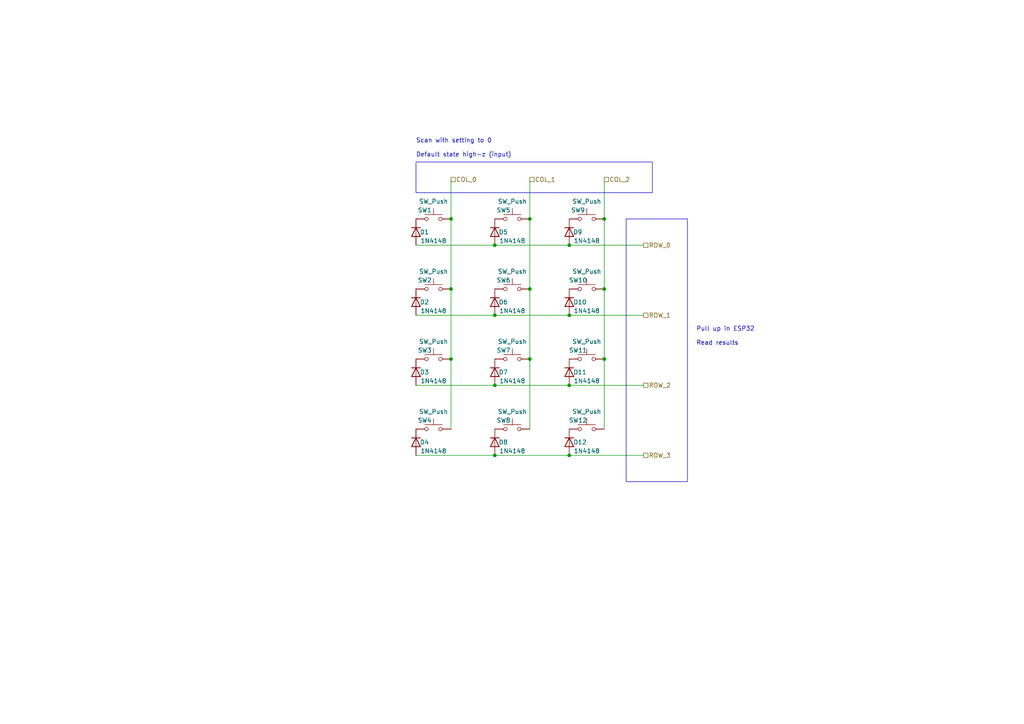
<source format=kicad_sch>
(kicad_sch (version 20230121) (generator eeschema)
  (paper "A4")
  (lib_symbols
    (symbol "Diode:1N4148" (pin_numbers hide) (pin_names hide)
      (property "Reference" "D" (at 0 2.54 0))
      (property "Value" "1N4148" (at 0 -2.54 0))
      (symbol "1N4148_0_1"
        (polyline (pts (xy -1.27 1.27) (xy -1.27 -1.27)) (stroke (width 0.254)))
        (polyline (pts (xy 1.27 0) (xy -1.27 0)))
        (polyline (pts (xy 1.27 1.27) (xy 1.27 -1.27) (xy -1.27 0) (xy 1.27 1.27)) (stroke (width 0.254)))
      )
      (symbol "1N4148_1_1"
        (pin passive line (at -3.81 0 0) (length 2.54) (name "K") (number "1"))
        (pin passive line (at 3.81 0 180) (length 2.54) (name "A") (number "2"))
      )
    )
    (symbol "Switch:SW_Push" (pin_numbers hide) (pin_names (offset 1.016) hide)
      (property "Reference" "SW" (at 1.27 2.54 0))
      (property "Value" "SW_Push" (at 0 -1.524 0))
      (symbol "SW_Push_0_1"
        (circle (center -2.032 0) (radius 0.508))
        (polyline (pts (xy 0 1.27) (xy 0 3.048)))
        (polyline (pts (xy 2.54 1.27) (xy -2.54 1.27)))
        (circle (center 2.032 0) (radius 0.508))
        (pin passive line (at -5.08 0 0) (length 2.54) (name "1") (number "1"))
        (pin passive line (at 5.08 0 180) (length 2.54) (name "2") (number "2"))
      )
    )
  )
  (junction (at 153.67 83.82))
  (junction (at 130.81 63.5))
  (junction (at 130.81 83.82))
  (junction (at 165.1 91.44))
  (junction (at 143.51 111.76))
  (junction (at 165.1 71.12))
  (junction (at 165.1 111.76))
  (junction (at 143.51 71.12))
  (junction (at 153.67 104.14))
  (junction (at 175.26 104.14))
  (junction (at 143.51 132.08))
  (junction (at 143.51 91.44))
  (junction (at 153.67 63.5))
  (junction (at 175.26 83.82))
  (junction (at 165.1 132.08))
  (junction (at 175.26 63.5))
  (junction (at 130.81 104.14))
  (wire (pts (xy 130.81 52.07) (xy 130.81 63.5)))
  (wire (pts (xy 143.51 91.44) (xy 165.1 91.44)))
  (wire (pts (xy 175.26 63.5) (xy 175.26 83.82)))
  (wire (pts (xy 153.67 63.5) (xy 153.67 83.82)))
  (wire (pts (xy 153.67 52.07) (xy 153.67 63.5)))
  (wire (pts (xy 165.1 132.08) (xy 186.69 132.08)))
  (wire (pts (xy 165.1 91.44) (xy 186.69 91.44)))
  (wire (pts (xy 120.65 132.08) (xy 143.51 132.08)))
  (wire (pts (xy 175.26 104.14) (xy 175.26 124.46)))
  (wire (pts (xy 130.81 63.5) (xy 130.81 83.82)))
  (wire (pts (xy 130.81 104.14) (xy 130.81 124.46)))
  (wire (pts (xy 143.51 132.08) (xy 165.1 132.08)))
  (wire (pts (xy 175.26 83.82) (xy 175.26 104.14)))
  (wire (pts (xy 143.51 111.76) (xy 165.1 111.76)))
  (wire (pts (xy 120.65 91.44) (xy 143.51 91.44)))
  (wire (pts (xy 120.65 111.76) (xy 143.51 111.76)))
  (wire (pts (xy 165.1 111.76) (xy 186.69 111.76)))
  (wire (pts (xy 143.51 71.12) (xy 165.1 71.12)))
  (wire (pts (xy 165.1 71.12) (xy 186.69 71.12)))
  (wire (pts (xy 153.67 83.82) (xy 153.67 104.14)))
  (wire (pts (xy 120.65 71.12) (xy 143.51 71.12)))
  (wire (pts (xy 130.81 83.82) (xy 130.81 104.14)))
  (wire (pts (xy 175.26 52.07) (xy 175.26 63.5)))
  (wire (pts (xy 153.67 104.14) (xy 153.67 124.46)))
  (rectangle (start 120.65 46.99) (end 189.23 55.88))
  (rectangle (start 181.61 63.5) (end 199.39 139.7))
  (text "Pull up in ESP32\n\nRead results" (at 201.93 100.33 0) (effects (font (size 1.27 1.27)) (justify left bottom)))
  (text "Scan with setting to 0\n\nDefault state high-z (input)" (at 120.65 45.72 0) (effects (font (size 1.27 1.27)) (justify left bottom)))
  (hierarchical_label "ROW_1" (shape passive) (at 186.69 91.44 0))
  (hierarchical_label "ROW_0" (shape passive) (at 186.69 71.12 0))
  (hierarchical_label "ROW_2" (shape passive) (at 186.69 111.76 0))
  (hierarchical_label "COL_0" (shape passive) (at 130.81 52.07 0))
  (hierarchical_label "COL_1" (shape passive) (at 153.67 52.07 0))
  (hierarchical_label "COL_2" (shape passive) (at 175.26 52.07 0))
  (hierarchical_label "ROW_3" (shape passive) (at 186.69 132.08 0))
  (symbol (lib_id "Switch:SW_Push") (at 170.18 124.46 0) (unit 1)
    (property "Reference" "SW12" (at 167.64 121.92 0))
    (property "Value" "SW_Push" (at 170.18 119.38 0))
  )
  (symbol (lib_id "Diode:1N4148") (at 120.65 128.27 270) (unit 1)
    (property "Reference" "D4" (at 124.46 128.27 90) (effects (justify right)))
    (property "Value" "1N4148" (at 129.54 130.81 90) (effects (justify right)))
    (property "Footprint" "Diode_THT:D_DO-35_SOD27_P7.62mm_Horizontal" (effects hide))
    (property "Datasheet" "https://assets.nexperia.com/documents/data-sheet/1N4148_1N4448.pdf" (effects hide))
    (property "Sim.Device" "D" (effects hide))
    (property "Sim.Pins" "1=K 2=A" (effects hide))
  )
  (symbol (lib_id "Diode:1N4148") (at 165.1 128.27 270) (unit 1)
    (property "Reference" "D12" (at 170.18 128.27 90) (effects (justify right)))
    (property "Value" "1N4148" (at 173.99 130.81 90) (effects (justify right)))
    (property "Footprint" "Diode_THT:D_DO-35_SOD27_P7.62mm_Horizontal" (effects hide))
    (property "Datasheet" "https://assets.nexperia.com/documents/data-sheet/1N4148_1N4448.pdf" (effects hide))
    (property "Sim.Device" "D" (effects hide))
    (property "Sim.Pins" "1=K 2=A" (effects hide))
  )
  (symbol (lib_id "Switch:SW_Push") (at 125.73 124.46 0) (unit 1)
    (property "Reference" "SW4" (at 123.19 121.92 0))
    (property "Value" "SW_Push" (at 125.73 119.38 0))
  )
  (symbol (lib_id "Diode:1N4148") (at 165.1 87.63 270) (unit 1)
    (property "Reference" "D10" (at 170.18 87.63 90) (effects (justify right)))
    (property "Value" "1N4148" (at 173.99 90.17 90) (effects (justify right)))
    (property "Footprint" "Diode_THT:D_DO-35_SOD27_P7.62mm_Horizontal" (effects hide))
    (property "Datasheet" "https://assets.nexperia.com/documents/data-sheet/1N4148_1N4448.pdf" (effects hide))
    (property "Sim.Device" "D" (effects hide))
    (property "Sim.Pins" "1=K 2=A" (effects hide))
  )
  (symbol (lib_id "Diode:1N4148") (at 143.51 128.27 270) (unit 1)
    (property "Reference" "D8" (at 147.32 128.27 90) (effects (justify right)))
    (property "Value" "1N4148" (at 152.4 130.81 90) (effects (justify right)))
    (property "Footprint" "Diode_THT:D_DO-35_SOD27_P7.62mm_Horizontal" (effects hide))
    (property "Datasheet" "https://assets.nexperia.com/documents/data-sheet/1N4148_1N4448.pdf" (effects hide))
    (property "Sim.Device" "D" (effects hide))
    (property "Sim.Pins" "1=K 2=A" (effects hide))
  )
  (symbol (lib_id "Diode:1N4148") (at 120.65 67.31 270) (unit 1)
    (property "Reference" "D1" (at 124.46 67.31 90) (effects (justify right)))
    (property "Value" "1N4148" (at 129.54 69.85 90) (effects (justify right)))
    (property "Footprint" "Diode_THT:D_DO-35_SOD27_P7.62mm_Horizontal" (effects hide))
    (property "Datasheet" "https://assets.nexperia.com/documents/data-sheet/1N4148_1N4448.pdf" (effects hide))
    (property "Sim.Device" "D" (effects hide))
    (property "Sim.Pins" "1=K 2=A" (effects hide))
  )
  (symbol (lib_id "Switch:SW_Push") (at 170.18 63.5 0) (unit 1)
    (property "Reference" "SW9" (at 167.64 60.96 0))
    (property "Value" "SW_Push" (at 170.18 58.42 0))
  )
  (symbol (lib_id "Switch:SW_Push") (at 125.73 104.14 0) (unit 1)
    (property "Reference" "SW3" (at 123.19 101.6 0))
    (property "Value" "SW_Push" (at 125.73 99.06 0))
  )
  (symbol (lib_id "Diode:1N4148") (at 143.51 87.63 270) (unit 1)
    (property "Reference" "D6" (at 147.32 87.63 90) (effects (justify right)))
    (property "Value" "1N4148" (at 152.4 90.17 90) (effects (justify right)))
    (property "Footprint" "Diode_THT:D_DO-35_SOD27_P7.62mm_Horizontal" (effects hide))
    (property "Datasheet" "https://assets.nexperia.com/documents/data-sheet/1N4148_1N4448.pdf" (effects hide))
    (property "Sim.Device" "D" (effects hide))
    (property "Sim.Pins" "1=K 2=A" (effects hide))
  )
  (symbol (lib_id "Switch:SW_Push") (at 148.59 83.82 0) (unit 1)
    (property "Reference" "SW6" (at 146.05 81.28 0))
    (property "Value" "SW_Push" (at 148.59 78.74 0))
  )
  (symbol (lib_id "Diode:1N4148") (at 120.65 87.63 270) (unit 1)
    (property "Reference" "D2" (at 124.46 87.63 90) (effects (justify right)))
    (property "Value" "1N4148" (at 129.54 90.17 90) (effects (justify right)))
    (property "Footprint" "Diode_THT:D_DO-35_SOD27_P7.62mm_Horizontal" (effects hide))
    (property "Datasheet" "https://assets.nexperia.com/documents/data-sheet/1N4148_1N4448.pdf" (effects hide))
    (property "Sim.Device" "D" (effects hide))
    (property "Sim.Pins" "1=K 2=A" (effects hide))
  )
  (symbol (lib_id "Diode:1N4148") (at 165.1 107.95 270) (unit 1)
    (property "Reference" "D11" (at 170.18 107.95 90) (effects (justify right)))
    (property "Value" "1N4148" (at 173.99 110.49 90) (effects (justify right)))
    (property "Footprint" "Diode_THT:D_DO-35_SOD27_P7.62mm_Horizontal" (effects hide))
    (property "Datasheet" "https://assets.nexperia.com/documents/data-sheet/1N4148_1N4448.pdf" (effects hide))
    (property "Sim.Device" "D" (effects hide))
    (property "Sim.Pins" "1=K 2=A" (effects hide))
  )
  (symbol (lib_id "Diode:1N4148") (at 165.1 67.31 270) (unit 1)
    (property "Reference" "D9" (at 168.91 67.31 90) (effects (justify right)))
    (property "Value" "1N4148" (at 173.99 69.85 90) (effects (justify right)))
    (property "Footprint" "Diode_THT:D_DO-35_SOD27_P7.62mm_Horizontal" (effects hide))
    (property "Datasheet" "https://assets.nexperia.com/documents/data-sheet/1N4148_1N4448.pdf" (effects hide))
    (property "Sim.Device" "D" (effects hide))
    (property "Sim.Pins" "1=K 2=A" (effects hide))
  )
  (symbol (lib_id "Diode:1N4148") (at 143.51 107.95 270) (unit 1)
    (property "Reference" "D7" (at 147.32 107.95 90) (effects (justify right)))
    (property "Value" "1N4148" (at 152.4 110.49 90) (effects (justify right)))
    (property "Footprint" "Diode_THT:D_DO-35_SOD27_P7.62mm_Horizontal" (effects hide))
    (property "Datasheet" "https://assets.nexperia.com/documents/data-sheet/1N4148_1N4448.pdf" (effects hide))
    (property "Sim.Device" "D" (effects hide))
    (property "Sim.Pins" "1=K 2=A" (effects hide))
  )
  (symbol (lib_id "Switch:SW_Push") (at 170.18 104.14 0) (unit 1)
    (property "Reference" "SW11" (at 167.64 101.6 0))
    (property "Value" "SW_Push" (at 170.18 99.06 0))
  )
  (symbol (lib_id "Switch:SW_Push") (at 170.18 83.82 0) (unit 1)
    (property "Reference" "SW10" (at 167.64 81.28 0))
    (property "Value" "SW_Push" (at 170.18 78.74 0))
  )
  (symbol (lib_id "Switch:SW_Push") (at 125.73 83.82 0) (unit 1)
    (property "Reference" "SW2" (at 123.19 81.28 0))
    (property "Value" "SW_Push" (at 125.73 78.74 0))
  )
  (symbol (lib_id "Switch:SW_Push") (at 148.59 124.46 0) (unit 1)
    (property "Reference" "SW8" (at 146.05 121.92 0))
    (property "Value" "SW_Push" (at 148.59 119.38 0))
  )
  (symbol (lib_id "Switch:SW_Push") (at 148.59 63.5 0) (unit 1)
    (property "Reference" "SW5" (at 146.05 60.96 0))
    (property "Value" "SW_Push" (at 148.59 58.42 0))
  )
  (symbol (lib_id "Switch:SW_Push") (at 125.73 63.5 0) (unit 1)
    (property "Reference" "SW1" (at 123.19 60.96 0))
    (property "Value" "SW_Push" (at 125.73 58.42 0))
  )
  (symbol (lib_id "Diode:1N4148") (at 143.51 67.31 270) (unit 1)
    (property "Reference" "D5" (at 147.32 67.31 90) (effects (justify right)))
    (property "Value" "1N4148" (at 152.4 69.85 90) (effects (justify right)))
    (property "Footprint" "Diode_THT:D_DO-35_SOD27_P7.62mm_Horizontal" (effects hide))
    (property "Datasheet" "https://assets.nexperia.com/documents/data-sheet/1N4148_1N4448.pdf" (effects hide))
    (property "Sim.Device" "D" (effects hide))
    (property "Sim.Pins" "1=K 2=A" (effects hide))
  )
  (symbol (lib_id "Switch:SW_Push") (at 148.59 104.14 0) (unit 1)
    (property "Reference" "SW7" (at 146.05 101.6 0))
    (property "Value" "SW_Push" (at 148.59 99.06 0))
  )
  (symbol (lib_id "Diode:1N4148") (at 120.65 107.95 270) (unit 1)
    (property "Reference" "D3" (at 124.46 107.95 90) (effects (justify right)))
    (property "Value" "1N4148" (at 129.54 110.49 90) (effects (justify right)))
    (property "Footprint" "Diode_THT:D_DO-35_SOD27_P7.62mm_Horizontal" (effects hide))
    (property "Datasheet" "https://assets.nexperia.com/documents/data-sheet/1N4148_1N4448.pdf" (effects hide))
    (property "Sim.Device" "D" (effects hide))
    (property "Sim.Pins" "1=K 2=A" (effects hide))
  )
)
</source>
